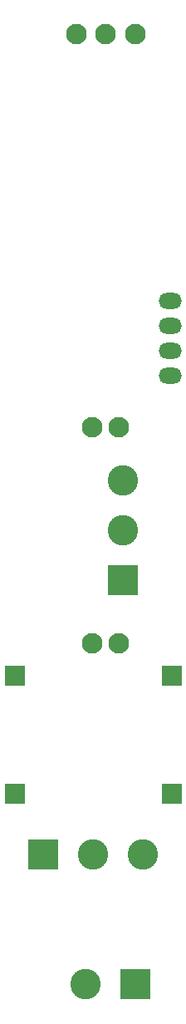
<source format=gbs>
%TF.GenerationSoftware,KiCad,Pcbnew,(5.1.6)-1*%
%TF.CreationDate,2020-06-22T15:57:52-05:00*%
%TF.ProjectId,LightProyect,4c696768-7450-4726-9f79-6563742e6b69,rev?*%
%TF.SameCoordinates,Original*%
%TF.FileFunction,Soldermask,Bot*%
%TF.FilePolarity,Negative*%
%FSLAX46Y46*%
G04 Gerber Fmt 4.6, Leading zero omitted, Abs format (unit mm)*
G04 Created by KiCad (PCBNEW (5.1.6)-1) date 2020-06-22 15:57:52*
%MOMM*%
%LPD*%
G01*
G04 APERTURE LIST*
%ADD10R,2.100000X2.100000*%
%ADD11R,3.100000X3.100000*%
%ADD12C,3.100000*%
%ADD13C,2.100000*%
%ADD14O,2.368000X1.624000*%
G04 APERTURE END LIST*
D10*
%TO.C,M2*%
X102236000Y-159354000D03*
X118236000Y-159354000D03*
X118236000Y-171354000D03*
X102236000Y-171354000D03*
%TD*%
D11*
%TO.C,J1*%
X114554000Y-190754000D03*
D12*
X109474000Y-190754000D03*
%TD*%
%TO.C,J2*%
X115316000Y-177546000D03*
X110236000Y-177546000D03*
D11*
X105156000Y-177546000D03*
%TD*%
%TO.C,J3*%
X113284000Y-149606000D03*
D12*
X113284000Y-144526000D03*
X113284000Y-139446000D03*
%TD*%
D13*
%TO.C,M1*%
X110156000Y-134034000D03*
X112836000Y-134034000D03*
X112836000Y-156034000D03*
X110156000Y-156034000D03*
%TD*%
%TO.C,M3*%
X111506000Y-93980000D03*
X108506000Y-93980000D03*
X114506000Y-93980000D03*
%TD*%
D14*
%TO.C,M4*%
X118110000Y-121158000D03*
X118110000Y-123698000D03*
X118110000Y-126238000D03*
X118110000Y-128778000D03*
%TD*%
M02*

</source>
